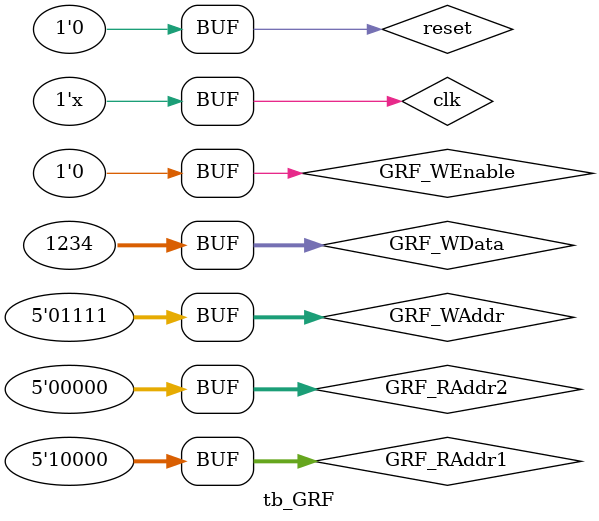
<source format=v>
`timescale 1ns / 1ps


module tb_GRF;

	// Inputs
	reg clk;
	reg reset;
	reg GRF_WEnable;
	reg [4:0] GRF_RAddr1;
	reg [4:0] GRF_RAddr2;
	reg [4:0] GRF_WAddr;
	reg [31:0] GRF_WData;

	// Outputs
	wire [31:0] GRF_RData1;
	wire [31:0] GRF_RData2;

	// Instantiate the Unit Under Test (UUT)
	GRF uut (
		.clk(clk), 
		.reset(reset), 
		.GRF_WEnable(GRF_WEnable), 
		.GRF_RAddr1(GRF_RAddr1), 
		.GRF_RAddr2(GRF_RAddr2), 
		.GRF_WAddr(GRF_WAddr), 
		.GRF_WData(GRF_WData), 
		.GRF_RData1(GRF_RData1), 
		.GRF_RData2(GRF_RData2)
	);

	integer i;
	initial begin
		// Initialize Inputs
		clk = 0;
		reset = 0;
		GRF_WEnable = 0;
		GRF_RAddr1 = 0;
		GRF_RAddr2 = 0;
		GRF_WAddr = 0;
		GRF_WData = 0;

		// Wait 100 ns for global reset to finish
		#100;

		GRF_WEnable = 1;
		GRF_RAddr1 = 15;
		GRF_RAddr2 = 0;
		GRF_WAddr = 0;
		GRF_WData = 1234;
		#50;
		GRF_WEnable = 0;
		GRF_RAddr1 = 15;
		GRF_RAddr2 = 0;
		GRF_WAddr = 15;
		GRF_WData = 1234;
		#50;
		GRF_WEnable = 1;
		GRF_RAddr1 = 16;
		GRF_RAddr2 = 0;
		GRF_WAddr = 16;
		GRF_WData = 3411;
		#50;
		GRF_WEnable = 0;
		GRF_RAddr1 = 16;
		GRF_RAddr2 = 0;
		GRF_WAddr = 15;
		GRF_WData = 1234;
		#50 reset= 1;
		#10 reset = 0;
		GRF_WEnable = 0;
		GRF_RAddr1 = 16;
		GRF_RAddr2 = 0;
		GRF_WAddr = 15;
		GRF_WData = 1234;
        
		// Add stimulus here

	end

	always #5 clk = ~clk;

endmodule


</source>
